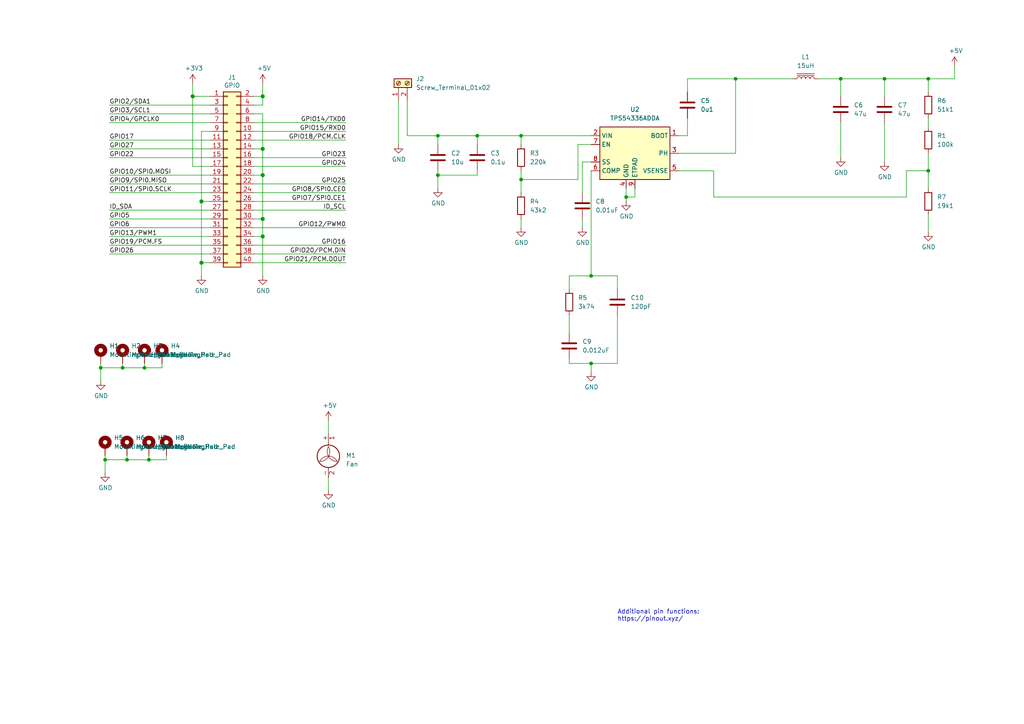
<source format=kicad_sch>
(kicad_sch (version 20231120) (generator "eeschema") (generator_version "8.0")
  (paper "A4")
  (title_block (date "15 nov 2012"))
  (lib_symbols
    (symbol "Connector:Screw_Terminal_01x02" (pin_names (offset 1.016) hide)
      (property "Reference" "J" (at 0 2.54 0))
      (property "Value" "Screw_Terminal_01x02" (at 0 -5.08 0))
      (symbol "Screw_Terminal_01x02_1_1"
        (rectangle (start -1.27 1.27) (end 1.27 -3.81) (stroke (width 0.254)) (fill (type background)))
        (circle (center 0 -2.54) (radius 0.635) (stroke (width 0.1524)))
        (polyline (pts (xy -0.5334 -2.2098) (xy 0.3302 -3.048)) (stroke (width 0.1524)))
        (polyline (pts (xy -0.5334 0.3302) (xy 0.3302 -0.508)) (stroke (width 0.1524)))
        (polyline (pts (xy -0.3556 -2.032) (xy 0.508 -2.8702)) (stroke (width 0.1524)))
        (polyline (pts (xy -0.3556 0.508) (xy 0.508 -0.3302)) (stroke (width 0.1524)))
        (circle (center 0 0) (radius 0.635) (stroke (width 0.1524)))
        (pin passive line (at -5.08 0 0) (length 3.81) (name "Pin_1") (number "1"))
        (pin passive line (at -5.08 -2.54 0) (length 3.81) (name "Pin_2") (number "2"))
      )
    )
    (symbol "Connector_Generic:Conn_02x20_Odd_Even" (pin_names (offset 1.016) hide)
      (property "Reference" "J" (at 1.27 25.4 0))
      (property "Value" "Conn_02x20_Odd_Even" (at 1.27 -27.94 0))
      (symbol "Conn_02x20_Odd_Even_1_1"
        (rectangle (start -1.27 -25.273) (end 0 -25.527) (stroke (width 0.1524)))
        (rectangle (start -1.27 -22.733) (end 0 -22.987) (stroke (width 0.1524)))
        (rectangle (start -1.27 -20.193) (end 0 -20.447) (stroke (width 0.1524)))
        (rectangle (start -1.27 -17.653) (end 0 -17.907) (stroke (width 0.1524)))
        (rectangle (start -1.27 -15.113) (end 0 -15.367) (stroke (width 0.1524)))
        (rectangle (start -1.27 -12.573) (end 0 -12.827) (stroke (width 0.1524)))
        (rectangle (start -1.27 -10.033) (end 0 -10.287) (stroke (width 0.1524)))
        (rectangle (start -1.27 -7.493) (end 0 -7.747) (stroke (width 0.1524)))
        (rectangle (start -1.27 -4.953) (end 0 -5.207) (stroke (width 0.1524)))
        (rectangle (start -1.27 -2.413) (end 0 -2.667) (stroke (width 0.1524)))
        (rectangle (start -1.27 0.127) (end 0 -0.127) (stroke (width 0.1524)))
        (rectangle (start -1.27 2.667) (end 0 2.413) (stroke (width 0.1524)))
        (rectangle (start -1.27 5.207) (end 0 4.953) (stroke (width 0.1524)))
        (rectangle (start -1.27 7.747) (end 0 7.493) (stroke (width 0.1524)))
        (rectangle (start -1.27 10.287) (end 0 10.033) (stroke (width 0.1524)))
        (rectangle (start -1.27 12.827) (end 0 12.573) (stroke (width 0.1524)))
        (rectangle (start -1.27 15.367) (end 0 15.113) (stroke (width 0.1524)))
        (rectangle (start -1.27 17.907) (end 0 17.653) (stroke (width 0.1524)))
        (rectangle (start -1.27 20.447) (end 0 20.193) (stroke (width 0.1524)))
        (rectangle (start -1.27 22.987) (end 0 22.733) (stroke (width 0.1524)))
        (rectangle (start -1.27 24.13) (end 3.81 -26.67) (stroke (width 0.254)) (fill (type background)))
        (rectangle (start 3.81 -25.273) (end 2.54 -25.527) (stroke (width 0.1524)))
        (rectangle (start 3.81 -22.733) (end 2.54 -22.987) (stroke (width 0.1524)))
        (rectangle (start 3.81 -20.193) (end 2.54 -20.447) (stroke (width 0.1524)))
        (rectangle (start 3.81 -17.653) (end 2.54 -17.907) (stroke (width 0.1524)))
        (rectangle (start 3.81 -15.113) (end 2.54 -15.367) (stroke (width 0.1524)))
        (rectangle (start 3.81 -12.573) (end 2.54 -12.827) (stroke (width 0.1524)))
        (rectangle (start 3.81 -10.033) (end 2.54 -10.287) (stroke (width 0.1524)))
        (rectangle (start 3.81 -7.493) (end 2.54 -7.747) (stroke (width 0.1524)))
        (rectangle (start 3.81 -4.953) (end 2.54 -5.207) (stroke (width 0.1524)))
        (rectangle (start 3.81 -2.413) (end 2.54 -2.667) (stroke (width 0.1524)))
        (rectangle (start 3.81 0.127) (end 2.54 -0.127) (stroke (width 0.1524)))
        (rectangle (start 3.81 2.667) (end 2.54 2.413) (stroke (width 0.1524)))
        (rectangle (start 3.81 5.207) (end 2.54 4.953) (stroke (width 0.1524)))
        (rectangle (start 3.81 7.747) (end 2.54 7.493) (stroke (width 0.1524)))
        (rectangle (start 3.81 10.287) (end 2.54 10.033) (stroke (width 0.1524)))
        (rectangle (start 3.81 12.827) (end 2.54 12.573) (stroke (width 0.1524)))
        (rectangle (start 3.81 15.367) (end 2.54 15.113) (stroke (width 0.1524)))
        (rectangle (start 3.81 17.907) (end 2.54 17.653) (stroke (width 0.1524)))
        (rectangle (start 3.81 20.447) (end 2.54 20.193) (stroke (width 0.1524)))
        (rectangle (start 3.81 22.987) (end 2.54 22.733) (stroke (width 0.1524)))
        (pin passive line (at -5.08 22.86 0) (length 3.81) (name "Pin_1") (number "1"))
        (pin passive line (at 7.62 12.7 180) (length 3.81) (name "Pin_10") (number "10"))
        (pin passive line (at -5.08 10.16 0) (length 3.81) (name "Pin_11") (number "11"))
        (pin passive line (at 7.62 10.16 180) (length 3.81) (name "Pin_12") (number "12"))
        (pin passive line (at -5.08 7.62 0) (length 3.81) (name "Pin_13") (number "13"))
        (pin passive line (at 7.62 7.62 180) (length 3.81) (name "Pin_14") (number "14"))
        (pin passive line (at -5.08 5.08 0) (length 3.81) (name "Pin_15") (number "15"))
        (pin passive line (at 7.62 5.08 180) (length 3.81) (name "Pin_16") (number "16"))
        (pin passive line (at -5.08 2.54 0) (length 3.81) (name "Pin_17") (number "17"))
        (pin passive line (at 7.62 2.54 180) (length 3.81) (name "Pin_18") (number "18"))
        (pin passive line (at -5.08 0 0) (length 3.81) (name "Pin_19") (number "19"))
        (pin passive line (at 7.62 22.86 180) (length 3.81) (name "Pin_2") (number "2"))
        (pin passive line (at 7.62 0 180) (length 3.81) (name "Pin_20") (number "20"))
        (pin passive line (at -5.08 -2.54 0) (length 3.81) (name "Pin_21") (number "21"))
        (pin passive line (at 7.62 -2.54 180) (length 3.81) (name "Pin_22") (number "22"))
        (pin passive line (at -5.08 -5.08 0) (length 3.81) (name "Pin_23") (number "23"))
        (pin passive line (at 7.62 -5.08 180) (length 3.81) (name "Pin_24") (number "24"))
        (pin passive line (at -5.08 -7.62 0) (length 3.81) (name "Pin_25") (number "25"))
        (pin passive line (at 7.62 -7.62 180) (length 3.81) (name "Pin_26") (number "26"))
        (pin passive line (at -5.08 -10.16 0) (length 3.81) (name "Pin_27") (number "27"))
        (pin passive line (at 7.62 -10.16 180) (length 3.81) (name "Pin_28") (number "28"))
        (pin passive line (at -5.08 -12.7 0) (length 3.81) (name "Pin_29") (number "29"))
        (pin passive line (at -5.08 20.32 0) (length 3.81) (name "Pin_3") (number "3"))
        (pin passive line (at 7.62 -12.7 180) (length 3.81) (name "Pin_30") (number "30"))
        (pin passive line (at -5.08 -15.24 0) (length 3.81) (name "Pin_31") (number "31"))
        (pin passive line (at 7.62 -15.24 180) (length 3.81) (name "Pin_32") (number "32"))
        (pin passive line (at -5.08 -17.78 0) (length 3.81) (name "Pin_33") (number "33"))
        (pin passive line (at 7.62 -17.78 180) (length 3.81) (name "Pin_34") (number "34"))
        (pin passive line (at -5.08 -20.32 0) (length 3.81) (name "Pin_35") (number "35"))
        (pin passive line (at 7.62 -20.32 180) (length 3.81) (name "Pin_36") (number "36"))
        (pin passive line (at -5.08 -22.86 0) (length 3.81) (name "Pin_37") (number "37"))
        (pin passive line (at 7.62 -22.86 180) (length 3.81) (name "Pin_38") (number "38"))
        (pin passive line (at -5.08 -25.4 0) (length 3.81) (name "Pin_39") (number "39"))
        (pin passive line (at 7.62 20.32 180) (length 3.81) (name "Pin_4") (number "4"))
        (pin passive line (at 7.62 -25.4 180) (length 3.81) (name "Pin_40") (number "40"))
        (pin passive line (at -5.08 17.78 0) (length 3.81) (name "Pin_5") (number "5"))
        (pin passive line (at 7.62 17.78 180) (length 3.81) (name "Pin_6") (number "6"))
        (pin passive line (at -5.08 15.24 0) (length 3.81) (name "Pin_7") (number "7"))
        (pin passive line (at 7.62 15.24 180) (length 3.81) (name "Pin_8") (number "8"))
        (pin passive line (at -5.08 12.7 0) (length 3.81) (name "Pin_9") (number "9"))
      )
    )
    (symbol "Device:C" (pin_numbers hide) (pin_names (offset 0.254))
      (property "Reference" "C" (at 0.635 2.54 0))
      (property "Value" "C" (at 0.635 -2.54 0))
      (symbol "C_0_1"
        (polyline (pts (xy -2.032 -0.762) (xy 2.032 -0.762)) (stroke (width 0.508)))
        (polyline (pts (xy -2.032 0.762) (xy 2.032 0.762)) (stroke (width 0.508)))
      )
      (symbol "C_1_1"
        (pin passive line (at 0 3.81 270) (length 2.794) (name "~") (number "1"))
        (pin passive line (at 0 -3.81 90) (length 2.794) (name "~") (number "2"))
      )
    )
    (symbol "Device:L_Iron" (pin_numbers hide) (pin_names (offset 1.016) hide)
      (property "Reference" "L" (at -1.27 0 90))
      (property "Value" "L_Iron" (at 2.794 0 90))
      (symbol "L_Iron_0_1"
        (arc (start 0 -2.54) (mid 0.6323 -1.905) (end 0 -1.27))
        (arc (start 0 -1.27) (mid 0.6323 -0.635) (end 0 0))
        (polyline (pts (xy 1.016 2.54) (xy 1.016 -2.54)))
        (polyline (pts (xy 1.524 -2.54) (xy 1.524 2.54)))
        (arc (start 0 0) (mid 0.6323 0.635) (end 0 1.27))
        (arc (start 0 1.27) (mid 0.6323 1.905) (end 0 2.54))
      )
      (symbol "L_Iron_1_1"
        (pin passive line (at 0 3.81 270) (length 1.27) (name "1") (number "1"))
        (pin passive line (at 0 -3.81 90) (length 1.27) (name "2") (number "2"))
      )
    )
    (symbol "Device:R" (pin_numbers hide) (pin_names (offset 0))
      (property "Reference" "R" (at 2.032 0 90))
      (property "Value" "R" (at 0 0 90))
      (symbol "R_0_1"
        (rectangle (start -1.016 -2.54) (end 1.016 2.54) (stroke (width 0.254)))
      )
      (symbol "R_1_1"
        (pin passive line (at 0 3.81 270) (length 1.27) (name "~") (number "1"))
        (pin passive line (at 0 -3.81 90) (length 1.27) (name "~") (number "2"))
      )
    )
    (symbol "Mechanical:MountingHole_Pad" (pin_numbers hide) (pin_names (offset 1.016) hide) (exclude_from_sim yes) (in_bom no)
      (property "Reference" "H" (at 0 6.35 0))
      (property "Value" "MountingHole_Pad" (at 0 4.445 0))
      (symbol "MountingHole_Pad_0_1"
        (circle (center 0 1.27) (radius 1.27) (stroke (width 1.27)))
      )
      (symbol "MountingHole_Pad_1_1"
        (pin input line (at 0 -2.54 90) (length 2.54) (name "1") (number "1"))
      )
    )
    (symbol "Motor:Fan" (pin_names (offset 0))
      (property "Reference" "M" (at 2.54 5.08 0))
      (property "Value" "Fan" (at 2.54 -2.54 0))
      (symbol "Fan_0_1"
        (arc (start -2.54 -0.508) (mid 0.0028 0.9121) (end 0 3.81))
        (polyline (pts (xy 0 -5.08) (xy 0 -4.572)))
        (polyline (pts (xy 0 -2.2352) (xy 0 -2.6416)))
        (polyline (pts (xy 0 4.2672) (xy 0 4.6228)))
        (polyline (pts (xy 0 4.572) (xy 0 5.08)))
        (circle (center 0 1.016) (radius 3.2512) (stroke (width 0.254)))
        (arc (start 0 3.81) (mid 0.053 0.921) (end 2.54 -0.508))
        (arc (start 2.54 -0.508) (mid 0 1.0618) (end -2.54 -0.508))
      )
      (symbol "Fan_1_1"
        (pin passive line (at 0 7.62 270) (length 2.54) (name "+") (number "1"))
        (pin passive line (at 0 -5.08 90) (length 2.54) (name "-") (number "2"))
      )
    )
    (symbol "Regulator_Switching:TPS54336ADDA"
      (property "Reference" "U" (at -8.89 8.89 0))
      (property "Value" "TPS54336ADDA" (at 3.81 8.89 0))
      (symbol "TPS54336ADDA_1_1"
        (rectangle (start -10.16 7.62) (end 10.16 -7.62) (stroke (width 0.254)) (fill (type background)))
        (pin output line (at 12.7 5.08 180) (length 2.54) (name "BOOT") (number "1"))
        (pin power_in line (at -12.7 5.08 0) (length 2.54) (name "VIN") (number "2"))
        (pin output line (at 12.7 0 180) (length 2.54) (name "PH") (number "3"))
        (pin power_in line (at -2.54 -10.16 90) (length 2.54) (name "GND") (number "4"))
        (pin input line (at 12.7 -5.08 180) (length 2.54) (name "VSENSE") (number "5"))
        (pin output line (at -12.7 -5.08 0) (length 2.54) (name "COMP") (number "6"))
        (pin input line (at -12.7 2.54 0) (length 2.54) (name "EN") (number "7"))
        (pin output line (at -12.7 -2.54 0) (length 2.54) (name "SS") (number "8"))
        (pin power_in line (at 0 -10.16 90) (length 2.54) (name "ETPAD") (number "9"))
      )
    )
    (symbol "power:+3.3V" (power) (pin_names (offset 0))
      (property "Value" "+3.3V" (at 0 3.556 0))
      (symbol "+3.3V_0_1"
        (polyline (pts (xy -0.762 1.27) (xy 0 2.54)))
        (polyline (pts (xy 0 0) (xy 0 2.54)))
        (polyline (pts (xy 0 2.54) (xy 0.762 1.27)))
      )
      (symbol "+3.3V_1_1"
        (pin power_in line (at 0 0 90) (length 0) hide (name "+3V3") (number "1"))
      )
    )
    (symbol "power:+5V" (power) (pin_names (offset 0))
      (property "Value" "+5V" (at 0 3.556 0))
      (symbol "+5V_0_1"
        (polyline (pts (xy -0.762 1.27) (xy 0 2.54)))
        (polyline (pts (xy 0 0) (xy 0 2.54)))
        (polyline (pts (xy 0 2.54) (xy 0.762 1.27)))
      )
      (symbol "+5V_1_1"
        (pin power_in line (at 0 0 90) (length 0) hide (name "+5V") (number "1"))
      )
    )
    (symbol "power:GND" (power) (pin_names (offset 0))
      (property "Value" "GND" (at 0 -3.81 0))
      (symbol "GND_0_1"
        (polyline (pts (xy 0 0) (xy 0 -1.27) (xy 1.27 -1.27) (xy 0 -2.54) (xy -1.27 -1.27) (xy 0 -1.27)))
      )
      (symbol "GND_1_1"
        (pin power_in line (at 0 0 270) (length 0) hide (name "GND") (number "1"))
      )
    )
  )
  (junction (at 76.2 27.94) (diameter 1.016))
  (junction (at 76.2 43.18) (diameter 1.016))
  (junction (at 151.13 52.07))
  (junction (at 171.45 80.01))
  (junction (at 256.54 22.86))
  (junction (at 35.56 106.68))
  (junction (at 58.42 76.2) (diameter 1.016))
  (junction (at 41.91 106.68))
  (junction (at 36.83 133.35))
  (junction (at 58.42 58.42) (diameter 1.016))
  (junction (at 29.21 106.68))
  (junction (at 151.13 39.37))
  (junction (at 76.2 68.58) (diameter 1.016))
  (junction (at 171.45 105.41))
  (junction (at 269.24 49.53))
  (junction (at 213.36 22.86))
  (junction (at 181.61 57.15))
  (junction (at 76.2 63.5) (diameter 1.016))
  (junction (at 127 50.8))
  (junction (at 76.2 50.8) (diameter 1.016))
  (junction (at 30.48 133.35))
  (junction (at 269.24 22.86))
  (junction (at 243.84 22.86))
  (junction (at 138.43 39.37))
  (junction (at 43.18 133.35))
  (junction (at 127 39.37))
  (junction (at 55.88 27.94) (diameter 1.016))
  (wire (pts (xy 118.11 29.21) (xy 118.11 39.37)))
  (wire (pts (xy 58.42 58.42) (xy 58.42 76.2)))
  (wire (pts (xy 73.66 58.42) (xy 100.33 58.42)))
  (wire (pts (xy 60.96 40.64) (xy 31.75 40.64)))
  (wire (pts (xy 165.1 105.41) (xy 171.45 105.41)))
  (wire (pts (xy 76.2 33.02) (xy 76.2 43.18)))
  (wire (pts (xy 76.2 50.8) (xy 73.66 50.8)))
  (wire (pts (xy 138.43 39.37) (xy 151.13 39.37)))
  (wire (pts (xy 76.2 63.5) (xy 76.2 68.58)))
  (wire (pts (xy 165.1 80.01) (xy 171.45 80.01)))
  (wire (pts (xy 179.07 80.01) (xy 179.07 83.82)))
  (wire (pts (xy 237.49 22.86) (xy 243.84 22.86)))
  (wire (pts (xy 95.25 138.43) (xy 95.25 142.24)))
  (wire (pts (xy 76.2 50.8) (xy 76.2 63.5)))
  (wire (pts (xy 73.66 35.56) (xy 100.33 35.56)))
  (wire (pts (xy 184.15 57.15) (xy 181.61 57.15)))
  (wire (pts (xy 43.18 133.35) (xy 48.26 133.35)))
  (wire (pts (xy 58.42 38.1) (xy 58.42 58.42)))
  (wire (pts (xy 184.15 54.61) (xy 184.15 57.15)))
  (wire (pts (xy 151.13 63.5) (xy 151.13 66.04)))
  (wire (pts (xy 207.01 49.53) (xy 196.85 49.53)))
  (wire (pts (xy 171.45 46.99) (xy 168.91 46.99)))
  (wire (pts (xy 58.42 38.1) (xy 60.96 38.1)))
  (wire (pts (xy 73.66 55.88) (xy 100.33 55.88)))
  (wire (pts (xy 60.96 60.96) (xy 31.75 60.96)))
  (wire (pts (xy 199.39 22.86) (xy 199.39 26.67)))
  (wire (pts (xy 31.75 63.5) (xy 60.96 63.5)))
  (wire (pts (xy 151.13 39.37) (xy 171.45 39.37)))
  (wire (pts (xy 167.64 41.91) (xy 167.64 52.07)))
  (wire (pts (xy 213.36 22.86) (xy 229.87 22.86)))
  (wire (pts (xy 269.24 49.53) (xy 269.24 44.45)))
  (wire (pts (xy 58.42 58.42) (xy 60.96 58.42)))
  (wire (pts (xy 181.61 57.15) (xy 181.61 58.42)))
  (wire (pts (xy 73.66 45.72) (xy 100.33 45.72)))
  (wire (pts (xy 213.36 44.45) (xy 213.36 22.86)))
  (wire (pts (xy 256.54 22.86) (xy 269.24 22.86)))
  (wire (pts (xy 165.1 91.44) (xy 165.1 96.52)))
  (wire (pts (xy 151.13 52.07) (xy 151.13 55.88)))
  (wire (pts (xy 73.66 76.2) (xy 100.33 76.2)))
  (wire (pts (xy 58.42 76.2) (xy 58.42 80.01)))
  (wire (pts (xy 31.75 43.18) (xy 60.96 43.18)))
  (wire (pts (xy 55.88 24.13) (xy 55.88 27.94)))
  (wire (pts (xy 41.91 106.68) (xy 41.91 105.41)))
  (wire (pts (xy 171.45 49.53) (xy 171.45 80.01)))
  (wire (pts (xy 29.21 106.68) (xy 29.21 110.49)))
  (wire (pts (xy 262.89 57.15) (xy 262.89 49.53)))
  (wire (pts (xy 76.2 68.58) (xy 73.66 68.58)))
  (wire (pts (xy 179.07 105.41) (xy 179.07 91.44)))
  (wire (pts (xy 243.84 22.86) (xy 256.54 22.86)))
  (wire (pts (xy 31.75 33.02) (xy 60.96 33.02)))
  (wire (pts (xy 181.61 54.61) (xy 181.61 57.15)))
  (wire (pts (xy 127 50.8) (xy 138.43 50.8)))
  (wire (pts (xy 31.75 55.88) (xy 60.96 55.88)))
  (wire (pts (xy 48.26 133.35) (xy 48.26 132.08)))
  (wire (pts (xy 171.45 80.01) (xy 179.07 80.01)))
  (wire (pts (xy 55.88 48.26) (xy 60.96 48.26)))
  (wire (pts (xy 36.83 133.35) (xy 36.83 132.08)))
  (wire (pts (xy 269.24 49.53) (xy 269.24 54.61)))
  (wire (pts (xy 60.96 30.48) (xy 31.75 30.48)))
  (wire (pts (xy 168.91 46.99) (xy 168.91 55.88)))
  (wire (pts (xy 95.25 121.92) (xy 95.25 125.73)))
  (wire (pts (xy 76.2 27.94) (xy 76.2 30.48)))
  (wire (pts (xy 171.45 105.41) (xy 179.07 105.41)))
  (wire (pts (xy 151.13 39.37) (xy 151.13 41.91)))
  (wire (pts (xy 76.2 43.18) (xy 76.2 50.8)))
  (wire (pts (xy 73.66 40.64) (xy 100.33 40.64)))
  (wire (pts (xy 243.84 35.56) (xy 243.84 45.72)))
  (wire (pts (xy 76.2 43.18) (xy 73.66 43.18)))
  (wire (pts (xy 35.56 106.68) (xy 35.56 105.41)))
  (wire (pts (xy 165.1 104.14) (xy 165.1 105.41)))
  (wire (pts (xy 76.2 24.13) (xy 76.2 27.94)))
  (wire (pts (xy 127 39.37) (xy 138.43 39.37)))
  (wire (pts (xy 262.89 49.53) (xy 269.24 49.53)))
  (wire (pts (xy 29.21 106.68) (xy 35.56 106.68)))
  (wire (pts (xy 31.75 35.56) (xy 60.96 35.56)))
  (wire (pts (xy 76.2 27.94) (xy 73.66 27.94)))
  (wire (pts (xy 55.88 27.94) (xy 55.88 48.26)))
  (wire (pts (xy 73.66 48.26) (xy 100.33 48.26)))
  (wire (pts (xy 73.66 38.1) (xy 100.33 38.1)))
  (wire (pts (xy 115.57 29.21) (xy 115.57 41.91)))
  (wire (pts (xy 31.75 45.72) (xy 60.96 45.72)))
  (wire (pts (xy 118.11 39.37) (xy 127 39.37)))
  (wire (pts (xy 31.75 53.34) (xy 60.96 53.34)))
  (wire (pts (xy 256.54 35.56) (xy 256.54 46.99)))
  (wire (pts (xy 127 50.8) (xy 127 54.61)))
  (wire (pts (xy 31.75 66.04) (xy 60.96 66.04)))
  (wire (pts (xy 151.13 52.07) (xy 167.64 52.07)))
  (wire (pts (xy 262.89 57.15) (xy 207.01 57.15)))
  (wire (pts (xy 76.2 30.48) (xy 73.66 30.48)))
  (wire (pts (xy 31.75 71.12) (xy 60.96 71.12)))
  (wire (pts (xy 171.45 105.41) (xy 171.45 107.95)))
  (wire (pts (xy 73.66 71.12) (xy 100.33 71.12)))
  (wire (pts (xy 269.24 22.86) (xy 269.24 26.67)))
  (wire (pts (xy 36.83 133.35) (xy 43.18 133.35)))
  (wire (pts (xy 138.43 39.37) (xy 138.43 41.91)))
  (wire (pts (xy 269.24 22.86) (xy 276.86 22.86)))
  (wire (pts (xy 73.66 66.04) (xy 100.33 66.04)))
  (wire (pts (xy 58.42 76.2) (xy 60.96 76.2)))
  (wire (pts (xy 269.24 62.23) (xy 269.24 67.31)))
  (wire (pts (xy 29.21 105.41) (xy 29.21 106.68)))
  (wire (pts (xy 73.66 73.66) (xy 100.33 73.66)))
  (wire (pts (xy 76.2 33.02) (xy 73.66 33.02)))
  (wire (pts (xy 31.75 73.66) (xy 60.96 73.66)))
  (wire (pts (xy 127 49.53) (xy 127 50.8)))
  (wire (pts (xy 165.1 83.82) (xy 165.1 80.01)))
  (wire (pts (xy 30.48 132.08) (xy 30.48 133.35)))
  (wire (pts (xy 46.99 106.68) (xy 46.99 105.41)))
  (wire (pts (xy 196.85 44.45) (xy 213.36 44.45)))
  (wire (pts (xy 269.24 34.29) (xy 269.24 36.83)))
  (wire (pts (xy 138.43 50.8) (xy 138.43 49.53)))
  (wire (pts (xy 30.48 133.35) (xy 30.48 137.16)))
  (wire (pts (xy 199.39 39.37) (xy 199.39 34.29)))
  (wire (pts (xy 30.48 133.35) (xy 36.83 133.35)))
  (wire (pts (xy 196.85 39.37) (xy 199.39 39.37)))
  (wire (pts (xy 168.91 63.5) (xy 168.91 66.04)))
  (wire (pts (xy 76.2 68.58) (xy 76.2 80.01)))
  (wire (pts (xy 207.01 57.15) (xy 207.01 49.53)))
  (wire (pts (xy 73.66 53.34) (xy 100.33 53.34)))
  (wire (pts (xy 60.96 68.58) (xy 31.75 68.58)))
  (wire (pts (xy 41.91 106.68) (xy 46.99 106.68)))
  (wire (pts (xy 43.18 133.35) (xy 43.18 132.08)))
  (wire (pts (xy 243.84 22.86) (xy 243.84 27.94)))
  (wire (pts (xy 76.2 63.5) (xy 73.66 63.5)))
  (wire (pts (xy 256.54 22.86) (xy 256.54 27.94)))
  (wire (pts (xy 213.36 22.86) (xy 199.39 22.86)))
  (wire (pts (xy 55.88 27.94) (xy 60.96 27.94)))
  (wire (pts (xy 35.56 106.68) (xy 41.91 106.68)))
  (wire (pts (xy 127 41.91) (xy 127 39.37)))
  (wire (pts (xy 151.13 49.53) (xy 151.13 52.07)))
  (wire (pts (xy 60.96 50.8) (xy 31.75 50.8)))
  (wire (pts (xy 73.66 60.96) (xy 100.33 60.96)))
  (wire (pts (xy 171.45 41.91) (xy 167.64 41.91)))
  (wire (pts (xy 276.86 22.86) (xy 276.86 19.05)))
  (text "Additional pin functions:\nhttps://pinout.xyz/" (at 179.07 180.34 0) (effects (font (size 1.27 1.27)) (justify left bottom)))
  (label "ID_SDA" (at 31.75 60.96 0))
  (label "GPIO6" (at 31.75 66.04 0))
  (label "ID_SCL" (at 100.33 60.96 180))
  (label "GPIO5" (at 31.75 63.5 0))
  (label "GPIO21{slash}PCM.DOUT" (at 100.33 76.2 180))
  (label "GPIO19{slash}PCM.FS" (at 31.75 71.12 0))
  (label "GPIO10{slash}SPI0.MOSI" (at 31.75 50.8 0))
  (label "GPIO9{slash}SPI0.MISO" (at 31.75 53.34 0))
  (label "GPIO23" (at 100.33 45.72 180))
  (label "GPIO4{slash}GPCLK0" (at 31.75 35.56 0))
  (label "GPIO27" (at 31.75 43.18 0))
  (label "GPIO26" (at 31.75 73.66 0))
  (label "GPIO14{slash}TXD0" (at 100.33 35.56 180))
  (label "GPIO8{slash}SPI0.CE0" (at 100.33 55.88 180))
  (label "GPIO15{slash}RXD0" (at 100.33 38.1 180))
  (label "GPIO16" (at 100.33 71.12 180))
  (label "GPIO22" (at 31.75 45.72 0))
  (label "GPIO2{slash}SDA1" (at 31.75 30.48 0))
  (label "GPIO17" (at 31.75 40.64 0))
  (label "GPIO25" (at 100.33 53.34 180))
  (label "GPIO3{slash}SCL1" (at 31.75 33.02 0))
  (label "GPIO18{slash}PCM.CLK" (at 100.33 40.64 180))
  (label "GPIO12{slash}PWM0" (at 100.33 66.04 180))
  (label "GPIO13{slash}PWM1" (at 31.75 68.58 0))
  (label "GPIO20{slash}PCM.DIN" (at 100.33 73.66 180))
  (label "GPIO24" (at 100.33 48.26 180))
  (label "GPIO7{slash}SPI0.CE1" (at 100.33 58.42 180))
  (label "GPIO11{slash}SPI0.SCLK" (at 31.75 55.88 0))
  (symbol (lib_id "power:+5V") (at 76.2 24.13 0) (unit 1)
    (property "Reference" "#PWR01" (effects (hide yes)))
    (property "Value" "+5V" (at 76.5683 19.8056 0))
  )
  (symbol (lib_id "power:+3.3V") (at 55.88 24.13 0) (unit 1)
    (property "Reference" "#PWR04" (effects (hide yes)))
    (property "Value" "+3V3" (at 56.2483 19.8056 0))
  )
  (symbol (lib_id "power:GND") (at 76.2 80.01 0) (unit 1)
    (property "Reference" "#PWR02" (effects (hide yes)))
    (property "Value" "GND" (at 76.3143 84.3344 0))
  )
  (symbol (lib_id "power:GND") (at 58.42 80.01 0) (unit 1)
    (property "Reference" "#PWR03" (effects (hide yes)))
    (property "Value" "GND" (at 58.5343 84.3344 0))
  )
  (symbol (lib_id "Connector_Generic:Conn_02x20_Odd_Even") (at 66.04 50.8 0) (unit 1)
    (property "Reference" "J1" (at 67.31 22.4598 0))
    (property "Value" "GPIO" (at 67.31 24.765 0))
    (property "Footprint" "Connector_PinSocket_2.54mm:PinSocket_2x20_P2.54mm_Vertical" (effects (hide yes)))
  )
  (symbol (lib_id "Mechanical:MountingHole_Pad") (at 48.26 129.54 0) (unit 1) (exclude_from_sim yes) (in_bom no)
    (property "Reference" "H8" (at 50.8 126.9999 0) (effects (justify left)))
    (property "Value" "MountingHole_Pad" (at 50.8 129.5399 0) (effects (justify left)))
    (property "Footprint" "MountingHole:MountingHole_2.7mm_Pad_Via" (effects (hide yes)))
    (property "Description" "Mounting Hole with connection" (effects (hide yes)))
  )
  (symbol (lib_id "Regulator_Switching:TPS54336ADDA") (at 184.15 44.45 0) (unit 1)
    (property "Reference" "U2" (at 184.15 31.75 0))
    (property "Value" "TPS54336ADDA" (at 184.15 34.29 0))
    (property "Footprint" "Package_SO:TI_SO-PowerPAD-8_ThermalVias" (effects (hide yes)))
    (property "Datasheet" "http://www.ti.com/lit/ds/symlink/tps54336a.pdf" (effects (hide yes)))
    (property "Description" "4.5V to 28V Input, 3A, Synchronous Step-Down Converter with Eco-mode(tm)" (effects (hide yes)))
  )
  (symbol (lib_id "Mechanical:MountingHole_Pad") (at 43.18 129.54 0) (unit 1) (exclude_from_sim yes) (in_bom no)
    (property "Reference" "H7" (at 45.72 126.9999 0) (effects (justify left)))
    (property "Value" "MountingHole_Pad" (at 45.72 129.5399 0) (effects (justify left)))
    (property "Footprint" "MountingHole:MountingHole_2.7mm_Pad_Via" (effects (hide yes)))
    (property "Description" "Mounting Hole with connection" (effects (hide yes)))
  )
  (symbol (lib_id "power:+5V") (at 276.86 19.05 0) (unit 1)
    (property "Reference" "#PWR014" (effects (hide yes)))
    (property "Value" "+5V" (at 277.2283 14.7256 0))
  )
  (symbol (lib_id "power:GND") (at 171.45 107.95 0) (unit 1)
    (property "Reference" "#PWR013" (effects (hide yes)))
    (property "Value" "GND" (at 171.5643 112.2744 0))
  )
  (symbol (lib_id "power:GND") (at 168.91 66.04 0) (unit 1)
    (property "Reference" "#PWR012" (effects (hide yes)))
    (property "Value" "GND" (at 169.0243 70.3644 0))
  )
  (symbol (lib_id "Device:R") (at 165.1 87.63 0) (unit 1)
    (property "Reference" "R5" (at 167.64 86.3599 0) (effects (justify left)))
    (property "Value" "3k74" (at 167.64 88.8999 0) (effects (justify left)))
    (property "Footprint" "Resistor_SMD:R_0805_2012Metric" (effects (hide yes)))
    (property "Description" "Resistor" (effects (hide yes)))
  )
  (symbol (lib_id "Mechanical:MountingHole_Pad") (at 36.83 129.54 0) (unit 1) (exclude_from_sim yes) (in_bom no)
    (property "Reference" "H6" (at 39.37 126.9999 0) (effects (justify left)))
    (property "Value" "MountingHole_Pad" (at 39.37 129.5399 0) (effects (justify left)))
    (property "Footprint" "MountingHole:MountingHole_2.7mm_Pad_Via" (effects (hide yes)))
    (property "Description" "Mounting Hole with connection" (effects (hide yes)))
  )
  (symbol (lib_id "Device:C") (at 243.84 31.75 0) (unit 1)
    (property "Reference" "C6" (at 247.65 30.4799 0) (effects (justify left)))
    (property "Value" "47u" (at 247.65 33.0199 0) (effects (justify left)))
    (property "Footprint" "Capacitor_SMD:C_0805_2012Metric" (effects (hide yes)))
    (property "Description" "Unpolarized capacitor" (effects (hide yes)))
  )
  (symbol (lib_id "Mechanical:MountingHole_Pad") (at 41.91 102.87 0) (unit 1) (exclude_from_sim yes) (in_bom no)
    (property "Reference" "H3" (at 44.45 100.3299 0) (effects (justify left)))
    (property "Value" "MountingHole_Pad" (at 44.45 102.8699 0) (effects (justify left)))
    (property "Footprint" "MountingHole:MountingHole_2.7mm_Pad_Via" (effects (hide yes)))
    (property "Description" "Mounting Hole with connection" (effects (hide yes)))
  )
  (symbol (lib_id "power:GND") (at 181.61 58.42 0) (unit 1)
    (property "Reference" "#PWR05" (effects (hide yes)))
    (property "Value" "GND" (at 181.7243 62.7444 0))
  )
  (symbol (lib_id "Device:C") (at 168.91 59.69 0) (unit 1)
    (property "Reference" "C8" (at 172.72 58.4199 0) (effects (justify left)))
    (property "Value" "0.01uF" (at 172.72 60.9599 0) (effects (justify left)))
    (property "Footprint" "Capacitor_SMD:C_0805_2012Metric" (effects (hide yes)))
    (property "Description" "Unpolarized capacitor" (effects (hide yes)))
  )
  (symbol (lib_id "Motor:Fan") (at 95.25 133.35 0) (unit 1)
    (property "Reference" "M1" (at 100.33 132.0799 0) (effects (justify left)))
    (property "Value" "Fan" (at 100.33 134.6199 0) (effects (justify left)))
    (property "Footprint" "Connector_PinHeader_1.00mm:PinHeader_1x02_P1.00mm_Horizontal" (effects (hide yes)))
    (property "Description" "Fan" (effects (hide yes)))
  )
  (symbol (lib_id "Mechanical:MountingHole_Pad") (at 29.21 102.87 0) (unit 1) (exclude_from_sim yes) (in_bom no)
    (property "Reference" "H1" (at 31.75 100.3299 0) (effects (justify left)))
    (property "Value" "MountingHole_Pad" (at 31.75 102.8699 0) (effects (justify left)))
    (property "Footprint" "MountingHole:MountingHole_2.7mm_Pad_Via" (effects (hide yes)))
    (property "Description" "Mounting Hole with connection" (effects (hide yes)))
  )
  (symbol (lib_id "Device:C") (at 256.54 31.75 0) (unit 1)
    (property "Reference" "C7" (at 260.35 30.4799 0) (effects (justify left)))
    (property "Value" "47u" (at 260.35 33.0199 0) (effects (justify left)))
    (property "Footprint" "Capacitor_SMD:C_0805_2012Metric" (effects (hide yes)))
    (property "Description" "Unpolarized capacitor" (effects (hide yes)))
  )
  (symbol (lib_id "Device:C") (at 127 45.72 0) (unit 1)
    (property "Reference" "C2" (at 130.81 44.4499 0) (effects (justify left)))
    (property "Value" "10u" (at 130.81 46.9899 0) (effects (justify left)))
    (property "Footprint" "Capacitor_SMD:C_0805_2012Metric" (effects (hide yes)))
    (property "Description" "Unpolarized capacitor" (effects (hide yes)))
  )
  (symbol (lib_id "Device:R") (at 269.24 30.48 0) (unit 1)
    (property "Reference" "R6" (at 271.78 29.2099 0) (effects (justify left)))
    (property "Value" "51k1" (at 271.78 31.7499 0) (effects (justify left)))
    (property "Footprint" "Resistor_SMD:R_0805_2012Metric" (effects (hide yes)))
    (property "Description" "Resistor" (effects (hide yes)))
  )
  (symbol (lib_id "Device:C") (at 165.1 100.33 0) (unit 1)
    (property "Reference" "C9" (at 168.91 99.0599 0) (effects (justify left)))
    (property "Value" "0.012uF" (at 168.91 101.5999 0) (effects (justify left)))
    (property "Footprint" "Capacitor_SMD:C_0805_2012Metric" (effects (hide yes)))
    (property "Description" "Unpolarized capacitor" (effects (hide yes)))
  )
  (symbol (lib_id "Device:C") (at 199.39 30.48 0) (unit 1)
    (property "Reference" "C5" (at 203.2 29.2099 0) (effects (justify left)))
    (property "Value" "0u1" (at 203.2 31.7499 0) (effects (justify left)))
    (property "Footprint" "Capacitor_SMD:C_0805_2012Metric" (effects (hide yes)))
    (property "Description" "Unpolarized capacitor" (effects (hide yes)))
  )
  (symbol (lib_id "power:GND") (at 269.24 67.31 0) (unit 1)
    (property "Reference" "#PWR015" (effects (hide yes)))
    (property "Value" "GND" (at 269.3543 71.6344 0))
  )
  (symbol (lib_id "Device:R") (at 151.13 45.72 0) (unit 1)
    (property "Reference" "R3" (at 153.67 44.4499 0) (effects (justify left)))
    (property "Value" "220k" (at 153.67 46.9899 0) (effects (justify left)))
    (property "Footprint" "Resistor_SMD:R_0805_2012Metric_Pad1.20x1.40mm_HandSolder" (effects (hide yes)))
    (property "Description" "Resistor" (effects (hide yes)))
  )
  (symbol (lib_id "Connector:Screw_Terminal_01x02") (at 115.57 24.13 90) (unit 1)
    (property "Reference" "J2" (at 120.65 22.8599 90) (effects (justify right)))
    (property "Value" "Screw_Terminal_01x02" (at 120.65 25.3999 90) (effects (justify right)))
    (property "Footprint" "TerminalBlock_Phoenix:TerminalBlock_Phoenix_MKDS-1,5-2-5.08_1x02_P5.08mm_Horizontal" (effects (hide yes)))
    (property "Description" "Generic screw terminal, single row, 01x02, script generated (kicad-library-utils/schlib/autogen/connector/)" (effects (hide yes)))
  )
  (symbol (lib_id "Device:C") (at 179.07 87.63 0) (unit 1)
    (property "Reference" "C10" (at 182.88 86.3599 0) (effects (justify left)))
    (property "Value" "120pF" (at 182.88 88.8999 0) (effects (justify left)))
    (property "Footprint" "Capacitor_SMD:C_0805_2012Metric" (effects (hide yes)))
    (property "Description" "Unpolarized capacitor" (effects (hide yes)))
  )
  (symbol (lib_id "Mechanical:MountingHole_Pad") (at 46.99 102.87 0) (unit 1) (exclude_from_sim yes) (in_bom no)
    (property "Reference" "H4" (at 49.53 100.3299 0) (effects (justify left)))
    (property "Value" "MountingHole_Pad" (at 49.53 102.8699 0) (effects (justify left)))
    (property "Footprint" "MountingHole:MountingHole_2.7mm_Pad_Via" (effects (hide yes)))
    (property "Description" "Mounting Hole with connection" (effects (hide yes)))
  )
  (symbol (lib_id "Mechanical:MountingHole_Pad") (at 30.48 129.54 0) (unit 1) (exclude_from_sim yes) (in_bom no)
    (property "Reference" "H5" (at 33.02 126.9999 0) (effects (justify left)))
    (property "Value" "MountingHole_Pad" (at 33.02 129.5399 0) (effects (justify left)))
    (property "Footprint" "MountingHole:MountingHole_2.7mm_Pad_Via" (effects (hide yes)))
    (property "Description" "Mounting Hole with connection" (effects (hide yes)))
  )
  (symbol (lib_id "power:GND") (at 29.21 110.49 0) (unit 1)
    (property "Reference" "#PWR016" (effects (hide yes)))
    (property "Value" "GND" (at 29.3243 114.8144 0))
  )
  (symbol (lib_id "power:+5V") (at 95.25 121.92 0) (unit 1)
    (property "Reference" "#PWR017" (effects (hide yes)))
    (property "Value" "+5V" (at 95.6183 117.5956 0))
  )
  (symbol (lib_id "power:GND") (at 243.84 45.72 0) (unit 1)
    (property "Reference" "#PWR09" (effects (hide yes)))
    (property "Value" "GND" (at 243.9543 50.0444 0))
  )
  (symbol (lib_id "Mechanical:MountingHole_Pad") (at 35.56 102.87 0) (unit 1) (exclude_from_sim yes) (in_bom no)
    (property "Reference" "H2" (at 38.1 100.3299 0) (effects (justify left)))
    (property "Value" "MountingHole_Pad" (at 38.1 102.8699 0) (effects (justify left)))
    (property "Footprint" "MountingHole:MountingHole_2.7mm_Pad_Via" (effects (hide yes)))
    (property "Description" "Mounting Hole with connection" (effects (hide yes)))
  )
  (symbol (lib_id "Device:C") (at 138.43 45.72 0) (unit 1)
    (property "Reference" "C3" (at 142.24 44.4499 0) (effects (justify left)))
    (property "Value" "0.1u" (at 142.24 46.9899 0) (effects (justify left)))
    (property "Footprint" "Capacitor_SMD:C_0805_2012Metric" (effects (hide yes)))
    (property "Description" "Unpolarized capacitor" (effects (hide yes)))
  )
  (symbol (lib_id "Device:R") (at 269.24 40.64 0) (unit 1)
    (property "Reference" "R1" (at 271.78 39.3699 0) (effects (justify left)))
    (property "Value" "100k" (at 271.78 41.9099 0) (effects (justify left)))
    (property "Footprint" "Resistor_SMD:R_0805_2012Metric" (effects (hide yes)))
    (property "Description" "Resistor" (effects (hide yes)))
  )
  (symbol (lib_id "power:GND") (at 115.57 41.91 0) (unit 1)
    (property "Reference" "#PWR07" (effects (hide yes)))
    (property "Value" "GND" (at 115.6843 46.2344 0))
  )
  (symbol (lib_id "power:GND") (at 127 54.61 0) (unit 1)
    (property "Reference" "#PWR06" (effects (hide yes)))
    (property "Value" "GND" (at 127.1143 58.9344 0))
  )
  (symbol (lib_id "power:GND") (at 151.13 66.04 0) (unit 1)
    (property "Reference" "#PWR011" (effects (hide yes)))
    (property "Value" "GND" (at 151.2443 70.3644 0))
  )
  (symbol (lib_id "power:GND") (at 256.54 46.99 0) (unit 1)
    (property "Reference" "#PWR010" (effects (hide yes)))
    (property "Value" "GND" (at 256.6543 51.3144 0))
  )
  (symbol (lib_id "Device:R") (at 151.13 59.69 0) (unit 1)
    (property "Reference" "R4" (at 153.67 58.4199 0) (effects (justify left)))
    (property "Value" "43k2" (at 153.67 60.9599 0) (effects (justify left)))
    (property "Footprint" "Resistor_SMD:R_0805_2012Metric" (effects (hide yes)))
    (property "Description" "Resistor" (effects (hide yes)))
  )
  (symbol (lib_id "Device:L_Iron") (at 233.68 22.86 90) (unit 1)
    (property "Reference" "L1" (at 233.68 16.51 90))
    (property "Value" "15uH" (at 233.68 19.05 90))
    (property "Footprint" "Inductor_SMD:L_Bourns_SRP7028A_7.3x6.6mm" (effects (hide yes)))
    (property "Description" "Inductor with iron core" (effects (hide yes)))
  )
  (symbol (lib_id "power:GND") (at 95.25 142.24 0) (unit 1)
    (property "Reference" "#PWR08" (effects (hide yes)))
    (property "Value" "GND" (at 95.3643 146.5644 0))
  )
  (symbol (lib_id "power:GND") (at 30.48 137.16 0) (unit 1)
    (property "Reference" "#PWR018" (effects (hide yes)))
    (property "Value" "GND" (at 30.5943 141.4844 0))
  )
  (symbol (lib_id "Device:R") (at 269.24 58.42 0) (unit 1)
    (property "Reference" "R7" (at 271.78 57.1499 0) (effects (justify left)))
    (property "Value" "19k1" (at 271.78 59.6899 0) (effects (justify left)))
    (property "Footprint" "Resistor_SMD:R_0805_2012Metric" (effects (hide yes)))
    (property "Description" "Resistor" (effects (hide yes)))
  )
)
</source>
